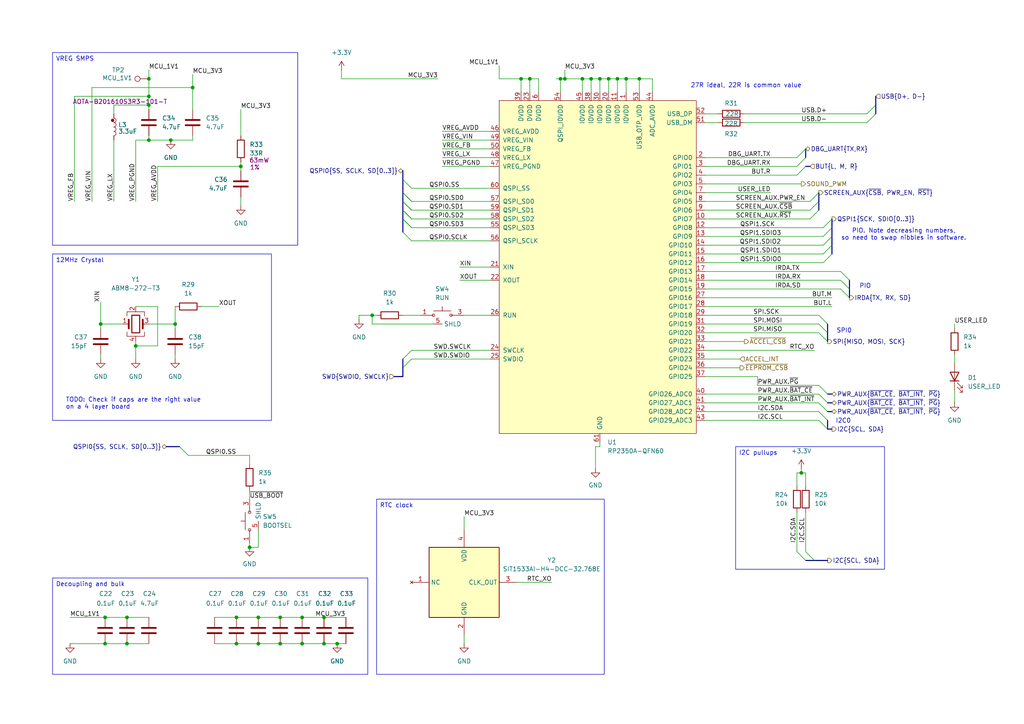
<source format=kicad_sch>
(kicad_sch (version 20250114) (generator "eeschema") (generator_version "9.0")
  (paper "A4")
  (lib_symbols
    (symbol "Connector:TestPoint" (pin_numbers (hide yes)) (pin_names (offset 0.762) (hide yes))
      (property "Reference" "TP" (at 0 6.858 0))
      (property "Value" "TestPoint" (at 0 5.08 0))
      (symbol "TestPoint_0_1"
        (circle (center 0 3.302) (radius 0.762))
      )
      (symbol "TestPoint_1_1"
        (pin passive line (at 0 0 90) (length 2.54) (name "1") (number "1"))
      )
    )
    (symbol "CustomSymbols:WS_TASV_435151014824"
      (property "Reference" "SW" (at 0 0 0))
      (symbol "WS_TASV_435151014824_0_1"
        (polyline (pts (xy -3.81 -3.81) (xy -2.54 -3.81)))
        (polyline (pts (xy -2.54 -2.54) (xy 2.54 -2.54)))
        (circle (center -2.54 -3.81) (radius 0.3807))
        (polyline (pts (xy 0 -2.54) (xy 0 -1.27)))
        (circle (center 2.54 -3.81) (radius 0.3807))
        (polyline (pts (xy 3.81 -3.81) (xy 2.54 -3.81)))
      )
      (symbol "WS_TASV_435151014824_1_1"
        (pin passive line (at -6.35 -3.81 0) (length 2.54) (name "") (number "1"))
        (pin passive line (at -6.35 -3.81 0) (length 2.54) (hide yes) (name "") (number "2"))
        (pin passive line (at -2.54 -6.35 0) (length 2.54) (name "SHLD") (number "5"))
        (pin passive line (at -2.54 -6.35 0) (length 2.54) (hide yes) (name "SHLD") (number "6"))
        (pin passive line (at 6.35 -3.81 180) (length 2.54) (name "") (number "3"))
        (pin passive line (at 6.35 -3.81 180) (length 2.54) (hide yes) (name "") (number "4"))
      )
    )
    (symbol "Device:C" (pin_numbers (hide yes)) (pin_names (offset 0.254))
      (property "Reference" "C" (at 0.635 2.54 0))
      (property "Value" "C" (at 0.635 -2.54 0))
      (symbol "C_0_1"
        (polyline (pts (xy -2.032 0.762) (xy 2.032 0.762)) (stroke (width 0.508)))
        (polyline (pts (xy -2.032 -0.762) (xy 2.032 -0.762)) (stroke (width 0.508)))
      )
      (symbol "C_1_1"
        (pin passive line (at 0 3.81 270) (length 2.794) (name "~") (number "1"))
        (pin passive line (at 0 -3.81 90) (length 2.794) (name "~") (number "2"))
      )
    )
    (symbol "Device:Crystal_GND24" (pin_names (offset 1.016) (hide yes))
      (property "Reference" "Y" (at 3.175 5.08 0))
      (property "Value" "Crystal_GND24" (at 3.175 3.175 0))
      (symbol "Crystal_GND24_0_1"
        (polyline (pts (xy -2.54 2.286) (xy -2.54 3.556) (xy 2.54 3.556) (xy 2.54 2.286)))
        (polyline (pts (xy -2.54 0) (xy -2.032 0)))
        (polyline (pts (xy -2.54 -2.286) (xy -2.54 -3.556) (xy 2.54 -3.556) (xy 2.54 -2.286)))
        (polyline (pts (xy -2.032 -1.27) (xy -2.032 1.27)) (stroke (width 0.508)))
        (rectangle (start -1.143 2.54) (end 1.143 -2.54) (stroke (width 0.3048)))
        (polyline (pts (xy 0 3.556) (xy 0 3.81)))
        (polyline (pts (xy 0 -3.81) (xy 0 -3.556)))
        (polyline (pts (xy 2.032 0) (xy 2.54 0)))
        (polyline (pts (xy 2.032 -1.27) (xy 2.032 1.27)) (stroke (width 0.508)))
      )
      (symbol "Crystal_GND24_1_1"
        (pin passive line (at -3.81 0 0) (length 1.27) (name "1") (number "1"))
        (pin passive line (at 0 5.08 270) (length 1.27) (name "2") (number "2"))
        (pin passive line (at 0 -5.08 90) (length 1.27) (name "4") (number "4"))
        (pin passive line (at 3.81 0 180) (length 1.27) (name "3") (number "3"))
      )
    )
    (symbol "Device:LED" (pin_numbers (hide yes)) (pin_names (offset 1.016) (hide yes))
      (property "Reference" "D" (at 0 2.54 0))
      (property "Value" "LED" (at 0 -2.54 0))
      (symbol "LED_0_1"
        (polyline (pts (xy -3.048 -0.762) (xy -4.572 -2.286) (xy -3.81 -2.286) (xy -4.572 -2.286) (xy -4.572 -1.524)))
        (polyline (pts (xy -1.778 -0.762) (xy -3.302 -2.286) (xy -2.54 -2.286) (xy -3.302 -2.286) (xy -3.302 -1.524)))
        (polyline (pts (xy -1.27 0) (xy 1.27 0)))
        (polyline (pts (xy -1.27 -1.27) (xy -1.27 1.27)) (stroke (width 0.254)))
        (polyline (pts (xy 1.27 -1.27) (xy 1.27 1.27) (xy -1.27 0) (xy 1.27 -1.27)) (stroke (width 0.254)))
      )
      (symbol "LED_1_1"
        (pin passive line (at -3.81 0 0) (length 2.54) (name "K") (number "1"))
        (pin passive line (at 3.81 0 180) (length 2.54) (name "A") (number "2"))
      )
    )
    (symbol "Device:R" (pin_numbers (hide yes)) (pin_names (offset 0))
      (property "Reference" "R" (at 2.032 0 90))
      (property "Value" "R" (at 0 0 90))
      (symbol "R_0_1"
        (rectangle (start -1.016 -2.54) (end 1.016 2.54) (stroke (width 0.254)))
      )
      (symbol "R_1_1"
        (pin passive line (at 0 3.81 270) (length 1.27) (name "~") (number "1"))
        (pin passive line (at 0 -3.81 90) (length 1.27) (name "~") (number "2"))
      )
    )
    (symbol "SamacSys_Parts:L_Polarised" (pin_numbers (hide yes)) (pin_names (hide yes))
      (property "Reference" "L" (at 3.81 1.524 0))
      (symbol "L_Polarised_0_1"
        (arc (start 0 -1.27) (mid 0.6323 -1.905) (end 0 -2.54))
        (arc (start 0 -2.54) (mid 0.6323 -3.175) (end 0 -3.81))
        (arc (start 0 -3.81) (mid 0.6323 -4.445) (end 0 -5.08))
        (arc (start 0 -5.08) (mid 0.6323 -5.715) (end 0 -6.35))
      )
      (symbol "L_Polarised_1_1"
        (circle (center -0.352 -1.8889) (radius 0.3975) (fill (type color) (color 132 0 0 1)))
        (pin passive line (at 0 0 270) (length 1.27) (name "1") (number "1"))
        (pin passive line (at 0 -7.62 90) (length 1.27) (name "2") (number "2"))
      )
    )
    (symbol "SamacSys_Parts:SIT1533AI-H4-DCC-32.768E"
      (property "Reference" "Y" (at 26.67 15.24 0))
      (property "Value" "SIT1533AI-H4-DCC-32.768E" (at 26.67 12.7 0))
      (symbol "SIT1533AI-H4-DCC-32.768E_1_1"
        (rectangle (start 5.08 10.16) (end 25.4 -10.16) (stroke (width 0.254)) (fill (type background)))
        (pin no_connect line (at 0 0 0) (length 5.08) (name "NC") (number "1"))
        (pin passive line (at 15.24 15.24 270) (length 5.08) (name "VDD") (number "4"))
        (pin passive line (at 15.24 -15.24 90) (length 5.08) (name "GND") (number "2"))
        (pin passive line (at 30.48 0 180) (length 5.08) (name "CLK_OUT") (number "3"))
      )
    )
    (symbol "power:+3.3V" (power) (pin_numbers (hide yes)) (pin_names (offset 0) (hide yes))
      (property "Value" "+3.3V" (at 0 3.556 0))
      (symbol "+3.3V_0_1"
        (polyline (pts (xy -0.762 1.27) (xy 0 2.54)))
        (polyline (pts (xy 0 2.54) (xy 0.762 1.27)))
        (polyline (pts (xy 0 0) (xy 0 2.54)))
      )
      (symbol "+3.3V_1_1"
        (pin power_in line (at 0 0 90) (length 0) (name "~") (number "1"))
      )
    )
    (symbol "power:GND" (power) (pin_numbers (hide yes)) (pin_names (offset 0) (hide yes))
      (property "Value" "GND" (at 0 -3.81 0))
      (symbol "GND_0_1"
        (polyline (pts (xy 0 0) (xy 0 -1.27) (xy 1.27 -1.27) (xy 0 -2.54) (xy -1.27 -1.27) (xy 0 -1.27)))
      )
      (symbol "GND_1_1"
        (pin power_in line (at 0 0 270) (length 0) (name "~") (number "1"))
      )
    )
    (symbol "rp2350a-qfn60:RP2350A-QFN60" (pin_names (offset 1.016))
      (property "Reference" "U1" (at 2.1941 -54.61 0))
      (property "Value" "RP2350A-QFN60" (at 2.1941 -57.15 0))
      (symbol "RP2350A-QFN60_1_0"
        (pin passive line (at 0 -54.61 90) (length 2.54) (name "GND") (number "61"))
      )
      (symbol "RP2350A-QFN60_1_1"
        (rectangle (start -29.21 44.45) (end 27.94 -52.07) (fill (type background)))
        (pin power_in line (at -31.75 35.56 0) (length 2.54) (name "VREG_AVDD") (number "46"))
        (pin power_in line (at -31.75 33.02 0) (length 2.54) (name "VREG_VIN") (number "49"))
        (pin power_in line (at -31.75 30.48 0) (length 2.54) (name "VREG_FB") (number "50"))
        (pin power_out line (at -31.75 27.94 0) (length 2.54) (name "VREG_LX") (number "48"))
        (pin input line (at -31.75 25.4 0) (length 2.54) (name "VREG_PGND") (number "47"))
        (pin bidirectional line (at -31.75 19.05 0) (length 2.54) (name "QSPI_SS") (number "60"))
        (pin bidirectional line (at -31.75 15.24 0) (length 2.54) (name "QSPI_SD0") (number "57"))
        (pin bidirectional line (at -31.75 12.7 0) (length 2.54) (name "QSPI_SD1") (number "59"))
        (pin bidirectional line (at -31.75 10.16 0) (length 2.54) (name "QSPI_SD2") (number "58"))
        (pin bidirectional line (at -31.75 7.62 0) (length 2.54) (name "QSPI_SD3") (number "55"))
        (pin bidirectional line (at -31.75 3.81 0) (length 2.54) (name "QSPI_SCLK") (number "56"))
        (pin input line (at -31.75 -3.81 0) (length 2.54) (name "XIN") (number "21"))
        (pin output line (at -31.75 -7.62 0) (length 2.54) (name "XOUT") (number "22"))
        (pin input line (at -31.75 -17.78 0) (length 2.54) (name "RUN") (number "26"))
        (pin input line (at -31.75 -27.94 0) (length 2.54) (name "SWCLK") (number "24"))
        (pin bidirectional line (at -31.75 -30.48 0) (length 2.54) (name "SWDIO") (number "25"))
        (pin power_in line (at -22.86 46.99 270) (length 2.54) (name "DVDD") (number "39"))
        (pin power_in line (at -20.32 46.99 270) (length 2.54) (name "DVDD") (number "23"))
        (pin power_in line (at -17.78 46.99 270) (length 2.54) (name "DVDD") (number "6"))
        (pin power_in line (at -11.43 46.99 270) (length 2.54) (name "QSPI_IOVDD") (number "54"))
        (pin power_in line (at -5.08 46.99 270) (length 2.54) (name "IOVDD") (number "45"))
        (pin power_in line (at -2.54 46.99 270) (length 2.54) (name "IOVDD") (number "38"))
        (pin power_in line (at 0 46.99 270) (length 2.54) (name "IOVDD") (number "30"))
        (pin power_in line (at 2.54 46.99 270) (length 2.54) (name "IOVDD") (number "20"))
        (pin power_in line (at 5.08 46.99 270) (length 2.54) (name "IOVDD") (number "11"))
        (pin power_in line (at 7.62 46.99 270) (length 2.54) (name "IOVDD") (number "1"))
        (pin power_in line (at 11.43 46.99 270) (length 2.54) (name "USB_OTP_VDD") (number "53"))
        (pin power_in line (at 15.24 46.99 270) (length 2.54) (name "ADC_AVDD") (number "44"))
        (pin bidirectional line (at 30.48 40.64 180) (length 2.54) (name "USB_DP") (number "52"))
        (pin bidirectional line (at 30.48 38.1 180) (length 2.54) (name "USB_DM") (number "51"))
        (pin bidirectional line (at 30.48 27.94 180) (length 2.54) (name "GPIO0") (number "2"))
        (pin bidirectional line (at 30.48 25.4 180) (length 2.54) (name "GPIO1") (number "3"))
        (pin bidirectional line (at 30.48 22.86 180) (length 2.54) (name "GPIO2") (number "4"))
        (pin bidirectional line (at 30.48 20.32 180) (length 2.54) (name "GPIO3") (number "5"))
        (pin bidirectional line (at 30.48 17.78 180) (length 2.54) (name "GPIO4") (number "7"))
        (pin bidirectional line (at 30.48 15.24 180) (length 2.54) (name "GPIO5") (number "8"))
        (pin bidirectional line (at 30.48 12.7 180) (length 2.54) (name "GPIO6") (number "9"))
        (pin bidirectional line (at 30.48 10.16 180) (length 2.54) (name "GPIO7") (number "10"))
        (pin bidirectional line (at 30.48 7.62 180) (length 2.54) (name "GPIO8") (number "12"))
        (pin bidirectional line (at 30.48 5.08 180) (length 2.54) (name "GPIO9") (number "13"))
        (pin bidirectional line (at 30.48 2.54 180) (length 2.54) (name "GPIO10") (number "14"))
        (pin bidirectional line (at 30.48 0 180) (length 2.54) (name "GPIO11") (number "15"))
        (pin bidirectional line (at 30.48 -2.54 180) (length 2.54) (name "GPIO12") (number "16"))
        (pin bidirectional line (at 30.48 -5.08 180) (length 2.54) (name "GPIO13") (number "17"))
        (pin bidirectional line (at 30.48 -7.62 180) (length 2.54) (name "GPIO14") (number "18"))
        (pin bidirectional line (at 30.48 -10.16 180) (length 2.54) (name "GPIO15") (number "19"))
        (pin bidirectional line (at 30.48 -12.7 180) (length 2.54) (name "GPIO16") (number "27"))
        (pin bidirectional line (at 30.48 -15.24 180) (length 2.54) (name "GPIO17") (number "28"))
        (pin bidirectional line (at 30.48 -17.78 180) (length 2.54) (name "GPIO18") (number "29"))
        (pin bidirectional line (at 30.48 -20.32 180) (length 2.54) (name "GPIO19") (number "31"))
        (pin bidirectional line (at 30.48 -22.86 180) (length 2.54) (name "GPIO20") (number "32"))
        (pin bidirectional line (at 30.48 -25.4 180) (length 2.54) (name "GPIO21") (number "33"))
        (pin bidirectional line (at 30.48 -27.94 180) (length 2.54) (name "GPIO22") (number "34"))
        (pin bidirectional line (at 30.48 -30.48 180) (length 2.54) (name "GPIO23") (number "35"))
        (pin bidirectional line (at 30.48 -33.02 180) (length 2.54) (name "GPIO24") (number "36"))
        (pin bidirectional line (at 30.48 -35.56 180) (length 2.54) (name "GPIO25") (number "37"))
        (pin bidirectional line (at 30.48 -40.64 180) (length 2.54) (name "GPIO26_ADC0") (number "40"))
        (pin bidirectional line (at 30.48 -43.18 180) (length 2.54) (name "GPIO27_ADC1") (number "41"))
        (pin bidirectional line (at 30.48 -45.72 180) (length 2.54) (name "GPIO28_ADC2") (number "42"))
        (pin bidirectional line (at 30.48 -48.26 180) (length 2.54) (name "GPIO29_ADC3") (number "43"))
      )
    )
  )
  (text "I2C0" (at 244.602 122.174 0) (effects (font (size 1.27 1.27))))
  (text "PIO" (at 250.952 83.058 0) (effects (font (size 1.27 1.27))))
  (text "TODO: Check if caps are the right value\non a 4 layer board" (at 19.05 117.094 0) (effects (font (size 1.27 1.27)) (justify left)))
  (text "PIO. Note decreasing numbers,\nso need to swap nibbles in software." (at 262.128 68.072 0) (effects (font (size 1.27 1.27))))
  (text "SPI0\n" (at 244.856 96.012 0) (effects (font (size 1.27 1.27))))
  (text "27R ideal, 22R is common value" (at 216.408 24.892 0) (effects (font (size 1.27 1.27))))
  (text_box "VREG SMPS" (at 15.24 15.24 0) (size 71.12 55.88) (margins 0.9525 0.9525 0.9525 0.9525) (effects (font (size 1.27 1.27)) (justify left top)))
  (text_box "Decoupling and bulk" (at 15.24 167.64 0) (size 91.44 27.94) (margins 0.9525 0.9525 0.9525 0.9525) (effects (font (size 1.27 1.27)) (justify left top)))
  (text_box "RTC clock" (at 109.22 144.78 0) (size 66.04 50.8) (margins 0.9525 0.9525 0.9525 0.9525) (effects (font (size 1.27 1.27)) (justify left top)))
  (text_box "I2C pullups" (at 213.36 129.54 0) (size 43.18 35.56) (margins 0.9525 0.9525 0.9525 0.9525) (effects (font (size 1.27 1.27)) (justify left top)))
  (text_box "12MHz Crystal" (at 15.24 73.66 0) (size 63.5 48.26) (margins 0.9525 0.9525 0.9525 0.9525) (effects (font (size 1.27 1.27)) (justify left top)))
  (junction (at 87.63 186.69))
  (junction (at 74.93 186.69))
  (junction (at 43.18 30.48))
  (junction (at 43.18 22.86))
  (junction (at 50.8 93.98))
  (junction (at 43.18 27.94))
  (junction (at 93.98 186.69))
  (junction (at 69.85 48.26))
  (junction (at 39.37 100.33))
  (junction (at 43.18 40.64))
  (junction (at 72.39 158.75))
  (junction (at 87.63 179.07))
  (junction (at 49.53 40.64))
  (junction (at 30.48 186.69))
  (junction (at 176.53 22.86))
  (junction (at 36.83 179.07))
  (junction (at 151.13 22.86))
  (junction (at 162.56 22.86))
  (junction (at 232.41 137.16))
  (junction (at 168.91 22.86))
  (junction (at 179.07 22.86))
  (junction (at 93.98 179.07))
  (junction (at 173.99 22.86))
  (junction (at 185.42 22.86))
  (junction (at 68.58 186.69))
  (junction (at 30.48 179.07))
  (junction (at 74.93 179.07))
  (junction (at 181.61 22.86))
  (junction (at 68.58 179.07))
  (junction (at 163.83 22.86))
  (junction (at 153.67 22.86))
  (junction (at 55.88 25.4))
  (junction (at 29.21 93.98))
  (junction (at 171.45 22.86))
  (junction (at 107.95 91.44))
  (junction (at 81.28 186.69))
  (junction (at 36.83 186.69))
  (junction (at 81.28 179.07))
  (junction (at 97.79 186.69))
  (bus_entry (at 238.76 71.12) (size 2.54 -2.54))
  (bus_entry (at 116.84 60.96) (size 2.54 2.54))
  (bus_entry (at 52.07 129.54) (size 2.54 2.54))
  (bus_entry (at 243.84 78.74) (size 2.54 2.54))
  (bus_entry (at 237.49 119.38) (size 2.54 2.54))
  (bus_entry (at 234.95 60.96) (size 2.54 -2.54))
  (bus_entry (at 231.14 45.72) (size 2.54 -2.54))
  (bus_entry (at 233.68 162.56) (size -2.54 -2.54))
  (bus_entry (at 116.84 63.5) (size 2.54 2.54))
  (bus_entry (at 116.84 52.07) (size 2.54 2.54))
  (bus_entry (at 116.84 104.14) (size 2.54 -2.54))
  (bus_entry (at 116.84 67.31) (size 2.54 2.54))
  (bus_entry (at 116.84 63.5) (size 2.54 2.54))
  (bus_entry (at 251.46 35.56) (size 2.54 -2.54))
  (bus_entry (at 251.46 33.02) (size 2.54 -2.54))
  (bus_entry (at 234.95 63.5) (size 2.54 -2.54))
  (bus_entry (at 238.76 73.66) (size 2.54 -2.54))
  (bus_entry (at 116.84 58.42) (size 2.54 2.54))
  (bus_entry (at 231.14 48.26) (size 2.54 -2.54))
  (bus_entry (at 238.76 68.58) (size 2.54 -2.54))
  (bus_entry (at 116.84 58.42) (size 2.54 2.54))
  (bus_entry (at 238.76 76.2) (size 2.54 -2.54))
  (bus_entry (at 116.84 60.96) (size 2.54 2.54))
  (bus_entry (at 243.84 83.82) (size 2.54 2.54))
  (bus_entry (at 116.84 106.68) (size 2.54 -2.54))
  (bus_entry (at 243.84 81.28) (size 2.54 2.54))
  (bus_entry (at 238.76 66.04) (size 2.54 -2.54))
  (bus_entry (at 237.49 111.76) (size 2.54 2.54))
  (bus_entry (at 237.49 91.44) (size 2.54 2.54))
  (bus_entry (at 231.14 50.8) (size 2.54 -2.54))
  (bus_entry (at 234.95 58.42) (size 2.54 -2.54))
  (bus_entry (at 237.49 96.52) (size 2.54 2.54))
  (bus_entry (at 116.84 55.88) (size 2.54 2.54))
  (bus_entry (at 237.49 93.98) (size 2.54 2.54))
  (bus_entry (at 237.49 116.84) (size 2.54 2.54))
  (bus_entry (at 236.22 162.56) (size -2.54 -2.54))
  (bus_entry (at 237.49 114.3) (size 2.54 2.54))
  (bus_entry (at 116.84 55.88) (size 2.54 2.54))
  (bus_entry (at 237.49 121.92) (size 2.54 2.54))
  (wire (pts (xy 72.39 134.62) (xy 72.39 132.08)))
  (wire (pts (xy 43.18 39.37) (xy 43.18 40.64)))
  (wire (pts (xy 119.38 54.61) (xy 142.24 54.61)))
  (wire (pts (xy 163.83 22.86) (xy 168.91 22.86)))
  (wire (pts (xy 45.72 58.42) (xy 45.72 48.26)))
  (wire (pts (xy 26.67 25.4) (xy 55.88 25.4)))
  (wire (pts (xy 119.38 101.6) (xy 142.24 101.6)))
  (wire (pts (xy 204.47 104.14) (xy 214.63 104.14)))
  (wire (pts (xy 119.38 69.85) (xy 142.24 69.85)))
  (wire (pts (xy 54.61 132.08) (xy 72.39 132.08)))
  (wire (pts (xy 181.61 22.86) (xy 179.07 22.86)))
  (wire (pts (xy 93.98 179.07) (xy 100.33 179.07)))
  (bus (pts (xy 116.84 55.88) (xy 116.84 58.42)))
  (wire (pts (xy 99.06 20.32) (xy 99.06 22.86)))
  (wire (pts (xy 29.21 104.14) (xy 29.21 102.87)))
  (wire (pts (xy 219.71 111.76) (xy 237.49 111.76)))
  (wire (pts (xy 204.47 83.82) (xy 243.84 83.82)))
  (wire (pts (xy 163.83 20.32) (xy 163.83 22.86)))
  (bus (pts (xy 240.03 96.52) (xy 240.03 93.98)))
  (bus (pts (xy 233.68 43.18) (xy 233.68 45.72)))
  (wire (pts (xy 153.67 22.86) (xy 156.21 22.86)))
  (bus (pts (xy 116.84 49.53) (xy 116.84 52.07)))
  (bus (pts (xy 246.38 86.36) (xy 246.38 83.82)))
  (wire (pts (xy 204.47 116.84) (xy 237.49 116.84)))
  (wire (pts (xy 173.99 128.27) (xy 173.99 129.54)))
  (wire (pts (xy 162.56 22.86) (xy 163.83 22.86)))
  (bus (pts (xy 116.84 109.22) (xy 116.84 106.68)))
  (wire (pts (xy 26.67 25.4) (xy 26.67 58.42)))
  (wire (pts (xy 204.47 106.68) (xy 214.63 106.68)))
  (wire (pts (xy 189.23 22.86) (xy 189.23 26.67)))
  (wire (pts (xy 134.62 184.15) (xy 134.62 186.69)))
  (wire (pts (xy 204.47 48.26) (xy 231.14 48.26)))
  (wire (pts (xy 179.07 22.86) (xy 179.07 26.67)))
  (wire (pts (xy 119.38 66.04) (xy 142.24 66.04)))
  (wire (pts (xy 185.42 22.86) (xy 181.61 22.86)))
  (wire (pts (xy 204.47 45.72) (xy 231.14 45.72)))
  (wire (pts (xy 20.32 179.07) (xy 30.48 179.07)))
  (wire (pts (xy 176.53 22.86) (xy 179.07 22.86)))
  (wire (pts (xy 204.47 68.58) (xy 238.76 68.58)))
  (bus (pts (xy 241.3 66.04) (xy 241.3 63.5)))
  (wire (pts (xy 30.48 186.69) (xy 36.83 186.69)))
  (wire (pts (xy 162.56 22.86) (xy 162.56 26.67)))
  (bus (pts (xy 240.03 124.46) (xy 240.03 121.92)))
  (wire (pts (xy 204.47 73.66) (xy 238.76 73.66)))
  (bus (pts (xy 116.84 104.14) (xy 116.84 106.68)))
  (bus (pts (xy 240.03 116.84) (xy 241.3 116.84)))
  (bus (pts (xy 254 30.48) (xy 254 33.02)))
  (wire (pts (xy 231.14 148.59) (xy 231.14 160.02)))
  (wire (pts (xy 233.68 137.16) (xy 233.68 140.97)))
  (wire (pts (xy 99.06 22.86) (xy 127 22.86)))
  (bus (pts (xy 240.03 124.46) (xy 241.3 124.46)))
  (bus (pts (xy 241.3 68.58) (xy 241.3 66.04)))
  (wire (pts (xy 45.72 48.26) (xy 69.85 48.26)))
  (wire (pts (xy 39.37 88.9) (xy 45.72 88.9)))
  (wire (pts (xy 204.47 78.74) (xy 243.84 78.74)))
  (wire (pts (xy 153.67 22.86) (xy 153.67 26.67)))
  (wire (pts (xy 33.02 40.64) (xy 33.02 58.42)))
  (wire (pts (xy 55.88 21.59) (xy 55.88 25.4)))
  (wire (pts (xy 69.85 57.15) (xy 69.85 59.69)))
  (wire (pts (xy 176.53 22.86) (xy 176.53 26.67)))
  (wire (pts (xy 69.85 31.75) (xy 69.85 39.37)))
  (wire (pts (xy 21.59 27.94) (xy 43.18 27.94)))
  (wire (pts (xy 133.35 77.47) (xy 142.24 77.47)))
  (bus (pts (xy 241.3 71.12) (xy 241.3 68.58)))
  (wire (pts (xy 173.99 22.86) (xy 173.99 26.67)))
  (wire (pts (xy 204.47 33.02) (xy 208.28 33.02)))
  (wire (pts (xy 128.27 45.72) (xy 142.24 45.72)))
  (bus (pts (xy 237.49 60.96) (xy 237.49 58.42)))
  (wire (pts (xy 72.39 142.24) (xy 72.39 144.78)))
  (wire (pts (xy 204.47 93.98) (xy 237.49 93.98)))
  (wire (pts (xy 204.47 96.52) (xy 237.49 96.52)))
  (wire (pts (xy 142.24 91.44) (xy 134.62 91.44)))
  (bus (pts (xy 233.68 48.26) (xy 234.95 48.26)))
  (wire (pts (xy 204.47 66.04) (xy 238.76 66.04)))
  (wire (pts (xy 276.86 93.98) (xy 276.86 95.25)))
  (wire (pts (xy 107.95 91.44) (xy 109.22 91.44)))
  (wire (pts (xy 128.27 48.26) (xy 142.24 48.26)))
  (wire (pts (xy 43.18 20.32) (xy 43.18 22.86)))
  (bus (pts (xy 116.84 63.5) (xy 116.84 67.31)))
  (wire (pts (xy 68.58 186.69) (xy 74.93 186.69)))
  (wire (pts (xy 134.62 149.86) (xy 134.62 153.67)))
  (bus (pts (xy 241.3 73.66) (xy 241.3 71.12)))
  (bus (pts (xy 116.84 52.07) (xy 116.84 55.88)))
  (wire (pts (xy 39.37 99.06) (xy 39.37 100.33)))
  (wire (pts (xy 107.95 93.98) (xy 125.73 93.98)))
  (wire (pts (xy 50.8 95.25) (xy 50.8 93.98)))
  (wire (pts (xy 176.53 22.86) (xy 173.99 22.86)))
  (wire (pts (xy 87.63 179.07) (xy 93.98 179.07)))
  (wire (pts (xy 171.45 22.86) (xy 171.45 26.67)))
  (wire (pts (xy 43.18 93.98) (xy 50.8 93.98)))
  (wire (pts (xy 58.42 88.9) (xy 63.5 88.9)))
  (wire (pts (xy 104.14 91.44) (xy 104.14 92.71)))
  (wire (pts (xy 20.32 186.69) (xy 30.48 186.69)))
  (wire (pts (xy 104.14 91.44) (xy 107.95 91.44)))
  (wire (pts (xy 215.9 33.02) (xy 251.46 33.02)))
  (wire (pts (xy 72.39 157.48) (xy 72.39 158.75)))
  (wire (pts (xy 168.91 22.86) (xy 168.91 26.67)))
  (wire (pts (xy 204.47 58.42) (xy 234.95 58.42)))
  (wire (pts (xy 204.47 60.96) (xy 234.95 60.96)))
  (wire (pts (xy 62.23 179.07) (xy 68.58 179.07)))
  (wire (pts (xy 74.93 153.67) (xy 74.93 158.75)))
  (wire (pts (xy 133.35 81.28) (xy 142.24 81.28)))
  (wire (pts (xy 119.38 63.5) (xy 142.24 63.5)))
  (wire (pts (xy 204.47 101.6) (xy 236.22 101.6)))
  (wire (pts (xy 185.42 22.86) (xy 185.42 26.67)))
  (bus (pts (xy 246.38 83.82) (xy 246.38 81.28)))
  (wire (pts (xy 204.47 35.56) (xy 208.28 35.56)))
  (wire (pts (xy 21.59 58.42) (xy 21.59 27.94)))
  (wire (pts (xy 128.27 40.64) (xy 142.24 40.64)))
  (wire (pts (xy 172.72 129.54) (xy 172.72 135.89)))
  (wire (pts (xy 50.8 104.14) (xy 50.8 102.87)))
  (wire (pts (xy 238.76 71.12) (xy 204.47 71.12)))
  (wire (pts (xy 232.41 135.89) (xy 232.41 137.16)))
  (wire (pts (xy 97.79 186.69) (xy 100.33 186.69)))
  (bus (pts (xy 114.3 109.22) (xy 116.84 109.22)))
  (wire (pts (xy 69.85 48.26) (xy 69.85 49.53)))
  (wire (pts (xy 204.47 121.92) (xy 237.49 121.92)))
  (wire (pts (xy 173.99 22.86) (xy 171.45 22.86)))
  (wire (pts (xy 232.41 137.16) (xy 233.68 137.16)))
  (wire (pts (xy 204.47 86.36) (xy 241.3 86.36)))
  (wire (pts (xy 33.02 33.02) (xy 33.02 30.48)))
  (wire (pts (xy 156.21 22.86) (xy 156.21 26.67)))
  (wire (pts (xy 276.86 102.87) (xy 276.86 105.41)))
  (wire (pts (xy 204.47 99.06) (xy 215.9 99.06)))
  (wire (pts (xy 62.23 186.69) (xy 68.58 186.69)))
  (wire (pts (xy 204.47 50.8) (xy 231.14 50.8)))
  (wire (pts (xy 50.8 93.98) (xy 50.8 88.9)))
  (wire (pts (xy 55.88 31.75) (xy 55.88 25.4)))
  (wire (pts (xy 204.47 81.28) (xy 243.84 81.28)))
  (wire (pts (xy 162.56 22.86) (xy 161.29 22.86)))
  (wire (pts (xy 181.61 22.86) (xy 181.61 26.67)))
  (wire (pts (xy 29.21 95.25) (xy 29.21 93.98)))
  (wire (pts (xy 128.27 43.18) (xy 142.24 43.18)))
  (wire (pts (xy 87.63 186.69) (xy 93.98 186.69)))
  (wire (pts (xy 219.71 111.76) (xy 219.71 109.22)))
  (wire (pts (xy 151.13 26.67) (xy 151.13 22.86)))
  (wire (pts (xy 204.47 76.2) (xy 238.76 76.2)))
  (wire (pts (xy 231.14 137.16) (xy 232.41 137.16)))
  (wire (pts (xy 35.56 93.98) (xy 29.21 93.98)))
  (wire (pts (xy 81.28 186.69) (xy 87.63 186.69)))
  (wire (pts (xy 128.27 38.1) (xy 142.24 38.1)))
  (wire (pts (xy 43.18 40.64) (xy 39.37 40.64)))
  (wire (pts (xy 55.88 40.64) (xy 55.88 39.37)))
  (wire (pts (xy 144.78 19.05) (xy 144.78 22.86)))
  (wire (pts (xy 33.02 30.48) (xy 43.18 30.48)))
  (wire (pts (xy 204.47 114.3) (xy 237.49 114.3)))
  (wire (pts (xy 171.45 22.86) (xy 168.91 22.86)))
  (wire (pts (xy 204.47 88.9) (xy 241.3 88.9)))
  (bus (pts (xy 116.84 58.42) (xy 116.84 60.96)))
  (bus (pts (xy 241.3 114.3) (xy 240.03 114.3)))
  (wire (pts (xy 149.86 168.91) (xy 160.02 168.91)))
  (wire (pts (xy 276.86 113.03) (xy 276.86 116.84)))
  (bus (pts (xy 240.03 99.06) (xy 240.03 96.52)))
  (wire (pts (xy 173.99 129.54) (xy 172.72 129.54)))
  (wire (pts (xy 68.58 179.07) (xy 74.93 179.07)))
  (wire (pts (xy 45.72 88.9) (xy 45.72 100.33)))
  (wire (pts (xy 29.21 93.98) (xy 29.21 87.63)))
  (wire (pts (xy 43.18 22.86) (xy 43.18 27.94)))
  (wire (pts (xy 204.47 53.34) (xy 232.41 53.34)))
  (wire (pts (xy 39.37 40.64) (xy 39.37 58.42)))
  (wire (pts (xy 231.14 137.16) (xy 231.14 140.97)))
  (wire (pts (xy 93.98 186.69) (xy 97.79 186.69)))
  (wire (pts (xy 144.78 22.86) (xy 151.13 22.86)))
  (wire (pts (xy 233.68 148.59) (xy 233.68 160.02)))
  (wire (pts (xy 119.38 104.14) (xy 142.24 104.14)))
  (bus (pts (xy 240.03 119.38) (xy 241.3 119.38)))
  (wire (pts (xy 45.72 100.33) (xy 39.37 100.33)))
  (wire (pts (xy 204.47 55.88) (xy 223.52 55.88)))
  (wire (pts (xy 204.47 91.44) (xy 237.49 91.44)))
  (wire (pts (xy 204.47 109.22) (xy 219.71 109.22)))
  (wire (pts (xy 49.53 40.64) (xy 43.18 40.64)))
  (wire (pts (xy 204.47 63.5) (xy 234.95 63.5)))
  (bus (pts (xy 254 27.94) (xy 254 30.48)))
  (wire (pts (xy 69.85 46.99) (xy 69.85 48.26)))
  (bus (pts (xy 236.22 162.56) (xy 240.03 162.56)))
  (wire (pts (xy 119.38 58.42) (xy 142.24 58.42)))
  (wire (pts (xy 36.83 179.07) (xy 43.18 179.07)))
  (bus (pts (xy 116.84 60.96) (xy 116.84 63.5)))
  (wire (pts (xy 215.9 35.56) (xy 251.46 35.56)))
  (wire (pts (xy 116.84 91.44) (xy 121.92 91.44)))
  (wire (pts (xy 39.37 100.33) (xy 39.37 104.14)))
  (wire (pts (xy 43.18 27.94) (xy 43.18 30.48)))
  (wire (pts (xy 74.93 186.69) (xy 81.28 186.69)))
  (wire (pts (xy 49.53 40.64) (xy 55.88 40.64)))
  (wire (pts (xy 119.38 60.96) (xy 142.24 60.96)))
  (wire (pts (xy 74.93 179.07) (xy 81.28 179.07)))
  (wire (pts (xy 204.47 119.38) (xy 237.49 119.38)))
  (wire (pts (xy 185.42 22.86) (xy 189.23 22.86)))
  (wire (pts (xy 36.83 186.69) (xy 43.18 186.69)))
  (wire (pts (xy 43.18 30.48) (xy 43.18 31.75)))
  (bus (pts (xy 48.26 129.54) (xy 52.07 129.54)))
  (bus (pts (xy 233.68 162.56) (xy 236.22 162.56)))
  (wire (pts (xy 107.95 91.44) (xy 107.95 93.98)))
  (wire (pts (xy 81.28 179.07) (xy 87.63 179.07)))
  (wire (pts (xy 30.48 179.07) (xy 36.83 179.07)))
  (wire (pts (xy 74.93 158.75) (xy 72.39 158.75)))
  (wire (pts (xy 151.13 22.86) (xy 153.67 22.86)))
  (bus (pts (xy 237.49 58.42) (xy 237.49 55.88)))
  (label "RTC_XO" (at 160.02 168.91 180))
  (label "BUT.L" (at 241.3 88.9 180))
  (label "XIN" (at 29.21 87.63 90))
  (label "I2C.SCL" (at 233.68 157.48 90))
  (label "QSPI0.SS" (at 59.69 132.08 0))
  (label "IRDA.SD" (at 224.79 83.82 0))
  (label "MCU_3V3" (at 55.88 21.59 0))
  (label "XOUT" (at 63.5 88.9 0))
  (label "QSPI0.SD0" (at 124.46 58.42 0))
  (label "QSPI0.SD3" (at 124.46 66.04 0))
  (label "MCU_3V3" (at 127 22.86 180))
  (label "MCU_1V1" (at 43.18 20.32 0))
  (label "PWR_AUX.~{BAT_CE}" (at 219.71 114.3 0))
  (label "SCREEN_AUX.~{RST}" (at 213.36 63.5 0))
  (label "MCU_3V3" (at 91.44 179.07 0))
  (label "QSPI1.SDIO3" (at 214.5726 68.58 0))
  (label "VREG_AVDD" (at 128.27 38.1 0))
  (label "MCU_1V1" (at 20.32 179.07 0))
  (label "QSPI1.SDIO1" (at 214.63 73.66 0))
  (label "QSPI0.SD2" (at 124.46 63.5 0))
  (label "SWD.SWCLK" (at 125.73 101.6 0))
  (label "IRDA.TX" (at 224.79 78.74 0))
  (label "VREG_FB" (at 21.59 58.42 90))
  (label "MCU_1V1" (at 144.78 19.05 180))
  (label "QSPI0.SD1" (at 124.46 60.96 0))
  (label "USER_LED" (at 276.86 93.98 0))
  (label "USER_LED" (at 223.52 55.88 180))
  (label "VREG_AVDD" (at 45.72 58.42 90))
  (label "IRDA.RX" (at 224.79 81.28 0))
  (label "I2C.SDA" (at 231.14 157.48 90))
  (label "VREG_PGND" (at 128.27 48.26 0))
  (label "SPI.SCK" (at 218.44 91.44 0))
  (label "SWD.SWDIO" (at 125.73 104.14 0))
  (label "VREG_LX" (at 33.02 58.42 90))
  (label "XOUT" (at 133.35 81.28 0))
  (label "DBG_UART.RX" (at 223.52 48.26 180))
  (label "MCU_3V3" (at 69.85 31.75 0))
  (label "QSPI1.SCK" (at 214.63 66.04 0))
  (label "QSPI1.SDIO0" (at 214.63 76.2 0))
  (label "BUT.M" (at 241.3 86.36 180))
  (label "USB.D-" (at 232.41 35.56 0))
  (label "PWR_AUX.~{PG}" (at 219.71 111.76 0))
  (label "SPI.MOSI" (at 218.44 93.98 0))
  (label "USB.D+" (at 232.41 33.02 0))
  (label "XIN" (at 133.35 77.47 0))
  (label "QSPI1.SDIO2" (at 214.5013 71.12 0))
  (label "VREG_VIN" (at 128.27 40.64 0))
  (label "SPI.MISO" (at 218.44 96.52 0))
  (label "VREG_LX" (at 128.27 45.72 0))
  (label "QSPI0.SS" (at 124.46 54.61 0))
  (label "VREG_PGND" (at 39.37 58.42 90))
  (label "BUT.R" (at 223.52 50.8 180))
  (label "PWR_AUX.~{BAT_INT}" (at 219.71 116.84 0))
  (label "MCU_3V3" (at 163.83 20.32 0))
  (label "MCU_3V3" (at 134.62 149.86 0))
  (label "SCREEN_AUX.~{CSB}" (at 213.36 60.96 0))
  (label "I2C.SCL" (at 219.71 121.92 0))
  (label "SCREEN_AUX.PWR_EN" (at 213.36 58.42 0))
  (label "QSPI0.SCLK" (at 124.46 69.85 0))
  (label "VREG_VIN" (at 26.67 58.42 90))
  (label "~{USB_BOOT}" (at 72.39 144.78 0))
  (label "RTC_XO" (at 236.22 101.6 180))
  (label "I2C.SDA" (at 219.71 119.38 0))
  (label "DBG_UART.TX" (at 223.52 45.72 180))
  (label "VREG_FB" (at 128.27 43.18 0))
  (hierarchical_label "USB{D+, D-}" (shape input) (at 254 27.94 0))
  (hierarchical_label "SOUND_PWM" (shape output) (at 232.41 53.34 0))
  (hierarchical_label "PWR_AUX{~{BAT_CE}, ~{BAT_INT}, ~{PG}}" (shape bidirectional) (at 241.3 119.38 0))
  (hierarchical_label "SWD{SWDIO, SWCLK}" (shape input) (at 114.3 109.22 180))
  (hierarchical_label "I2C{SCL, SDA}" (shape output) (at 241.3 124.46 0))
  (hierarchical_label "ACCEL_INT" (shape input) (at 214.63 104.14 0))
  (hierarchical_label "DBG_UART{TX,RX}" (shape bidirectional) (at 233.68 43.18 0))
  (hierarchical_label "PWR_AUX{~{BAT_CE}, ~{BAT_INT}, ~{PG}}" (shape bidirectional) (at 241.3 114.3 0))
  (hierarchical_label "~{ACCEL_CSB}" (shape output) (at 215.9 99.06 0))
  (hierarchical_label "QSPI1{SCK, SDIO[0..3]}" (shape output) (at 241.3 63.5 0))
  (hierarchical_label "IRDA{TX, RX, SD}" (shape output) (at 246.38 86.36 0))
  (hierarchical_label "BUT{L, M, R}" (shape input) (at 234.95 48.26 0))
  (hierarchical_label "QSPI0{SS, SCLK, SD[0..3]}" (shape bidirectional) (at 116.84 49.53 180))
  (hierarchical_label "~{EEPROM_CSB}" (shape output) (at 214.63 106.68 0))
  (hierarchical_label "I2C{SCL, SDA}" (shape output) (at 240.03 162.56 0))
  (hierarchical_label "QSPI0{SS, SCLK, SD[0..3]}" (shape bidirectional) (at 48.26 129.54 180))
  (hierarchical_label "SPI{MISO, MOSI, SCK}" (shape output) (at 240.03 99.06 0))
  (hierarchical_label "PWR_AUX{~{BAT_CE}, ~{BAT_INT}, ~{PG}}" (shape bidirectional) (at 241.3 116.84 0))
  (hierarchical_label "SCREEN_AUX{~{CSB}, PWR_EN, ~{RST}}" (shape output) (at 237.49 55.88 0))
  (symbol (lib_id "Device:C") (at 87.63 182.88 0) (unit 1)
    (property "Reference" "C31" (at 85.852 172.212 0) (effects (justify left)))
    (property "Value" "0.1uF" (at 85.09 175.006 0) (effects (justify left)))
    (property "Footprint" "Capacitor_SMD:C_0402_1005Metric" (effects (hide yes)))
    (property "Description" "Unpolarized capacitor" (effects (hide yes)))
  )
  (symbol (lib_id "power:GND") (at 134.62 186.69 0) (unit 1)
    (property "Reference" "#PWR065" (effects (hide yes)))
    (property "Value" "GND" (at 134.62 191.77 0))
    (property "Description" "Power symbol creates a global label with name \"GND\" , ground" (effects (hide yes)))
  )
  (symbol (lib_id "Device:C") (at 30.48 182.88 0) (unit 1)
    (property "Reference" "C22" (at 28.702 172.212 0) (effects (justify left)))
    (property "Value" "0.1uF" (at 27.94 175.006 0) (effects (justify left)))
    (property "Footprint" "Capacitor_SMD:C_0402_1005Metric" (effects (hide yes)))
    (property "Description" "Unpolarized capacitor" (effects (hide yes)))
  )
  (symbol (lib_id "Device:C") (at 81.28 182.88 0) (unit 1)
    (property "Reference" "C30" (at 79.502 172.212 0) (effects (justify left)))
    (property "Value" "0.1uF" (at 78.74 175.006 0) (effects (justify left)))
    (property "Footprint" "Capacitor_SMD:C_0402_1005Metric" (effects (hide yes)))
    (property "Description" "Unpolarized capacitor" (effects (hide yes)))
  )
  (symbol (lib_id "power:GND") (at 172.72 135.89 0) (unit 1)
    (property "Reference" "#PWR01" (effects (hide yes)))
    (property "Value" "GND" (at 172.72 140.716 0))
    (property "Description" "Power symbol creates a global label with name \"GND\" , ground" (effects (hide yes)))
  )
  (symbol (lib_id "Device:C") (at 29.21 99.06 0) (mirror y) (unit 1)
    (property "Reference" "C37" (at 25.4 97.7899 0) (effects (justify left)))
    (property "Value" "15pF" (at 25.4 100.3299 0) (effects (justify left)))
    (property "Footprint" "Capacitor_SMD:C_0201_0603Metric" (effects (hide yes)))
    (property "Description" "Unpolarized capacitor" (effects (hide yes)))
  )
  (symbol (lib_id "power:GND") (at 29.21 104.14 0) (unit 1)
    (property "Reference" "#PWR062" (effects (hide yes)))
    (property "Value" "GND" (at 29.21 109.22 0))
    (property "Description" "Power symbol creates a global label with name \"GND\" , ground" (effects (hide yes)))
  )
  (symbol (lib_id "Device:R") (at 233.68 144.78 0) (mirror y) (unit 1)
    (property "Reference" "R25" (at 236.22 143.5099 0) (effects (justify right)))
    (property "Value" "10k" (at 236.22 146.0499 0) (effects (justify right)))
    (property "Footprint" "Resistor_SMD:R_0402_1005Metric" (effects (hide yes)))
    (property "Description" "Resistor" (effects (hide yes)))
  )
  (symbol (lib_id "power:GND") (at 104.14 92.71 0) (unit 1)
    (property "Reference" "#PWR059" (effects (hide yes)))
    (property "Value" "GND" (at 104.14 97.79 0))
    (property "Description" "Power symbol creates a global label with name \"GND\" , ground" (effects (hide yes)))
  )
  (symbol (lib_id "Device:C") (at 50.8 99.06 0) (unit 1)
    (property "Reference" "C38" (at 54.61 97.7899 0) (effects (justify left)))
    (property "Value" "15pF" (at 54.61 100.3299 0) (effects (justify left)))
    (property "Footprint" "Capacitor_SMD:C_0201_0603Metric" (effects (hide yes)))
    (property "Description" "Unpolarized capacitor" (effects (hide yes)))
  )
  (symbol (lib_id "SamacSys_Parts:L_Polarised") (at 33.02 33.02 0) (unit 1)
    (property "Reference" "L3" (at 34.29 36.1949 0) (effects (justify left)))
    (property "Value" "3.3uF" (at 34.29 38.1 0) (effects (justify left)))
    (property "Footprint" "CustomFootprints:L_0805_2016Metric" (effects (hide yes)))
    (property "Field5" "0806_2016" (effects (hide yes)))
    (property "Field6" "AOTA-B201610S3R3-101-T " (at 35.306 29.464 0))
  )
  (symbol (lib_id "Device:C") (at 43.18 182.88 0) (unit 1)
    (property "Reference" "C24" (at 41.402 172.212 0) (effects (justify left)))
    (property "Value" "4.7uF" (at 40.64 175.006 0) (effects (justify left)))
    (property "Footprint" "Capacitor_SMD:C_0402_1005Metric" (effects (hide yes)))
    (property "Description" "Unpolarized capacitor" (effects (hide yes)))
  )
  (symbol (lib_id "Device:LED") (at 276.86 109.22 90) (unit 1)
    (property "Reference" "D1" (at 280.67 109.5374 90) (effects (justify right)))
    (property "Value" "USER_LED" (at 280.67 112.0774 90) (effects (justify right)))
    (property "Footprint" "LED_SMD:LED_0402_1005Metric" (effects (hide yes)))
    (property "Description" "Light emitting diode" (effects (hide yes)))
    (property "Sim.Pins" "1=K 2=A" (effects (hide yes)))
  )
  (symbol (lib_id "Device:C") (at 93.98 182.88 0) (unit 1)
    (property "Reference" "C32" (at 92.202 172.212 0) (effects (justify left)))
    (property "Value" "0.1uF" (at 91.44 175.006 0) (effects (justify left)))
    (property "Footprint" "Capacitor_SMD:C_0402_1005Metric" (effects (hide yes)))
    (property "Description" "Unpolarized capacitor" (effects (hide yes)))
  )
  (symbol (lib_id "CustomSymbols:WS_TASV_435151014824") (at 68.58 151.13 90) (unit 1)
    (property "Reference" "SW5" (at 76.2 149.8599 90) (effects (justify right)))
    (property "Value" "BOOTSEL" (at 76.2 152.3999 90) (effects (justify right)))
    (property "Footprint" "CustomFootprints:WS_TASV_435151014824" (effects (hide yes)))
    (property "Description" "Push button switch, generic, two pins" (effects (hide yes)))
  )
  (symbol (lib_id "power:GND") (at 49.53 40.64 0) (unit 1)
    (property "Reference" "#PWR060" (effects (hide yes)))
    (property "Value" "GND" (at 49.53 45.72 0))
    (property "Description" "Power symbol creates a global label with name \"GND\" , ground" (effects (hide yes)))
  )
  (symbol (lib_id "Device:R") (at 69.85 43.18 0) (unit 1)
    (property "Reference" "R33" (at 72.39 41.9099 0) (effects (justify left)))
    (property "Value" "33R" (at 72.39 44.4499 0) (effects (justify left)))
    (property "Footprint" "Resistor_SMD:R_0402_1005Metric" (effects (hide yes)))
    (property "Description" "Resistor" (effects (hide yes)))
    (property "Power" "63mW" (at 75.184 46.482 0))
    (property "Tolerance" "1%" (at 73.914 48.514 0))
  )
  (symbol (lib_id "power:GND") (at 20.32 186.69 0) (unit 1)
    (property "Reference" "#PWR058" (effects (hide yes)))
    (property "Value" "GND" (at 20.32 191.77 0))
    (property "Description" "Power symbol creates a global label with name \"GND\" , ground" (effects (hide yes)))
  )
  (symbol (lib_id "CustomSymbols:WS_TASV_435151014824") (at 128.27 87.63 0) (unit 1)
    (property "Reference" "SW4" (at 128.27 83.82 0))
    (property "Value" "RUN" (at 128.27 86.36 0))
    (property "Footprint" "CustomFootprints:WS_TASV_435151014824" (effects (hide yes)))
    (property "Description" "Push button switch, generic, two pins" (effects (hide yes)))
  )
  (symbol (lib_id "Device:R") (at 72.39 138.43 0) (unit 1)
    (property "Reference" "R35" (at 74.93 137.1599 0) (effects (justify left)))
    (property "Value" "1k" (at 74.93 139.6999 0) (effects (justify left)))
    (property "Footprint" "Resistor_SMD:R_0402_1005Metric" (effects (hide yes)))
    (property "Description" "Resistor" (effects (hide yes)))
  )
  (symbol (lib_id "rp2350a-qfn60:RP2350A-QFN60") (at 173.99 73.66 0) (unit 1)
    (property "Reference" "U1" (at 176.1841 128.27 0) (effects (justify left)))
    (property "Value" "RP2350A-QFN60" (at 176.1841 130.81 0) (effects (justify left)))
    (property "Footprint" "RP2350_KiCad-main:RP2350A_QFN-60_EP_7.75x7.75_Pitch0.4mm" (effects (hide yes)))
  )
  (symbol (lib_id "power:GND") (at 50.8 104.14 0) (unit 1)
    (property "Reference" "#PWR063" (effects (hide yes)))
    (property "Value" "GND" (at 50.8 109.22 0))
    (property "Description" "Power symbol creates a global label with name \"GND\" , ground" (effects (hide yes)))
  )
  (symbol (lib_id "Device:C") (at 62.23 182.88 0) (unit 1)
    (property "Reference" "C27" (at 60.452 172.212 0) (effects (justify left)))
    (property "Value" "0.1uF" (at 59.69 175.006 0) (effects (justify left)))
    (property "Footprint" "Capacitor_SMD:C_0402_1005Metric" (effects (hide yes)))
    (property "Description" "Unpolarized capacitor" (effects (hide yes)))
  )
  (symbol (lib_id "power:GND") (at 69.85 59.69 0) (unit 1)
    (property "Reference" "#PWR061" (effects (hide yes)))
    (property "Value" "GND" (at 69.85 64.77 0))
    (property "Description" "Power symbol creates a global label with name \"GND\" , ground" (effects (hide yes)))
  )
  (symbol (lib_id "Device:C") (at 68.58 182.88 0) (unit 1)
    (property "Reference" "C28" (at 66.802 172.212 0) (effects (justify left)))
    (property "Value" "0.1uF" (at 66.04 175.006 0) (effects (justify left)))
    (property "Footprint" "Capacitor_SMD:C_0402_1005Metric" (effects (hide yes)))
    (property "Description" "Unpolarized capacitor" (effects (hide yes)))
  )
  (symbol (lib_id "Device:R") (at 276.86 99.06 0) (unit 1)
    (property "Reference" "R34" (at 279.4 97.7899 0) (effects (justify left)))
    (property "Value" "1k" (at 279.4 100.3299 0) (effects (justify left)))
    (property "Footprint" "Resistor_SMD:R_0402_1005Metric" (effects (hide yes)))
    (property "Description" "Resistor" (effects (hide yes)))
  )
  (symbol (lib_id "Device:R") (at 212.09 33.02 90) (unit 1)
    (property "Reference" "R31" (at 212.09 29.972 90))
    (property "Value" "22R" (at 212.344 33.02 90))
    (property "Footprint" "Resistor_SMD:R_0402_1005Metric" (effects (hide yes)))
    (property "Description" "Resistor" (effects (hide yes)))
  )
  (symbol (lib_id "Device:C") (at 36.83 182.88 0) (unit 1)
    (property "Reference" "C23" (at 35.052 172.212 0) (effects (justify left)))
    (property "Value" "0.1uF" (at 34.29 175.006 0) (effects (justify left)))
    (property "Footprint" "Capacitor_SMD:C_0402_1005Metric" (effects (hide yes)))
    (property "Description" "Unpolarized capacitor" (effects (hide yes)))
  )
  (symbol (lib_id "power:GND") (at 97.79 186.69 0) (unit 1)
    (property "Reference" "#PWR074" (effects (hide yes)))
    (property "Value" "GND" (at 97.79 191.77 0))
    (property "Description" "Power symbol creates a global label with name \"GND\" , ground" (effects (hide yes)))
  )
  (symbol (lib_id "Connector:TestPoint") (at 43.18 22.86 90) (unit 1)
    (property "Reference" "TP2" (at 34.29 20.32 90))
    (property "Value" "MCU_1V1" (at 34.036 22.606 90))
    (property "Footprint" "TestPoint:TestPoint_Pad_2.5x2.5mm" (effects (hide yes)))
    (property "Description" "test point" (effects (hide yes)))
  )
  (symbol (lib_id "power:+3.3V") (at 232.41 135.89 0) (unit 1)
    (property "Reference" "#PWR076" (effects (hide yes)))
    (property "Value" "+3.3V" (at 232.41 130.81 0))
    (property "Description" "Power symbol creates a global label with name \"+3.3V\"" (effects (hide yes)))
  )
  (symbol (lib_id "Device:C") (at 100.33 182.88 0) (unit 1)
    (property "Reference" "C33" (at 98.552 172.212 0) (effects (justify left)))
    (property "Value" "0.1uF" (at 97.79 175.006 0) (effects (justify left)))
    (property "Footprint" "Capacitor_SMD:C_0402_1005Metric" (effects (hide yes)))
    (property "Description" "Unpolarized capacitor" (effects (hide yes)))
  )
  (symbol (lib_id "power:GND") (at 39.37 104.14 0) (unit 1)
    (property "Reference" "#PWR064" (effects (hide yes)))
    (property "Value" "GND" (at 39.37 109.22 0))
    (property "Description" "Power symbol creates a global label with name \"GND\" , ground" (effects (hide yes)))
  )
  (symbol (lib_id "Device:C") (at 43.18 35.56 0) (unit 1)
    (property "Reference" "C34" (at 46.99 34.2899 0) (effects (justify left)))
    (property "Value" "4.7uF" (at 46.99 36.8299 0) (effects (justify left)))
    (property "Footprint" "Capacitor_SMD:C_0402_1005Metric" (effects (hide yes)))
    (property "Description" "Unpolarized capacitor" (effects (hide yes)))
  )
  (symbol (lib_id "Device:C") (at 69.85 53.34 0) (mirror y) (unit 1)
    (property "Reference" "C36" (at 66.04 52.0699 0) (effects (justify left)))
    (property "Value" "4.7uF" (at 66.04 54.6099 0) (effects (justify left)))
    (property "Footprint" "Capacitor_SMD:C_0402_1005Metric" (effects (hide yes)))
    (property "Description" "Unpolarized capacitor" (effects (hide yes)))
  )
  (symbol (lib_id "Device:R") (at 231.14 144.78 0) (unit 1)
    (property "Reference" "R24" (at 228.6 143.5099 0) (effects (justify right)))
    (property "Value" "10k" (at 228.6 146.0499 0) (effects (justify right)))
    (property "Footprint" "Resistor_SMD:R_0402_1005Metric" (effects (hide yes)))
    (property "Description" "Resistor" (effects (hide yes)))
  )
  (symbol (lib_id "SamacSys_Parts:SIT1533AI-H4-DCC-32.768E") (at 119.38 168.91 0) (unit 1)
    (property "Reference" "Y2" (at 160.02 162.4898 0))
    (property "Value" "SIT1533AI-H4-DCC-32.768E" (at 160.02 165.0298 0))
    (property "Footprint" "SamacSys_Parts:SIT1533AIH4DCC32768E" (effects (hide yes)))
    (property "Datasheet" "https://www.sitime.com/datasheet/SiT1533" (effects (hide yes)))
    (property "Description" "Standard Clock Oscillators 32.768KHz R2R LVCMOS -40 to 85C 100ppm" (effects (hide yes)))
    (property "Height" "0.6" (effects (hide yes)))
    (property "Mouser Part Number" "788-1533AIH4DCC32.76" (effects (hide yes)))
    (property "Mouser Price/Stock" "https://www.mouser.co.uk/ProductDetail/SiTime/SiT1533AI-H4-DCC-32.768E?qs=5SDzjInHUKoUZz9ePr9JwA%3D%3D" (effects (hide yes)))
    (property "Manufacturer_Name" "SiTime" (effects (hide yes)))
    (property "Manufacturer_Part_Number" "SIT1533AI-H4-DCC-32.768E" (effects (hide yes)))
  )
  (symbol (lib_id "Device:R") (at 212.09 35.56 90) (mirror x) (unit 1)
    (property "Reference" "R32" (at 212.09 38.862 90))
    (property "Value" "22R" (at 212.09 35.814 90))
    (property "Footprint" "Resistor_SMD:R_0402_1005Metric" (effects (hide yes)))
    (property "Description" "Resistor" (effects (hide yes)))
  )
  (symbol (lib_id "power:GND") (at 276.86 116.84 0) (unit 1)
    (property "Reference" "#PWR072" (effects (hide yes)))
    (property "Value" "GND" (at 276.86 121.92 0))
    (property "Description" "Power symbol creates a global label with name \"GND\" , ground" (effects (hide yes)))
  )
  (symbol (lib_id "power:+3.3V") (at 99.06 20.32 0) (unit 1)
    (property "Reference" "#PWR071" (effects (hide yes)))
    (property "Value" "+3.3V" (at 99.06 15.24 0))
    (property "Description" "Power symbol creates a global label with name \"+3.3V\"" (effects (hide yes)))
  )
  (symbol (lib_id "Device:R") (at 54.61 88.9 90) (unit 1)
    (property "Reference" "R29" (at 54.61 82.55 90))
    (property "Value" "1k" (at 54.61 85.09 90))
    (property "Footprint" "Resistor_SMD:R_0402_1005Metric" (effects (hide yes)))
    (property "Description" "Resistor" (effects (hide yes)))
  )
  (symbol (lib_id "Device:Crystal_GND24") (at 39.37 93.98 0) (unit 1)
    (property "Reference" "Y1" (at 39.37 81.026 0))
    (property "Value" "ABM8-272-T3" (at 39.37 83.566 0))
    (property "Footprint" "SamacSys_Parts:ABM8272T3" (effects (hide yes)))
    (property "Description" "Four pin crystal, GND on pins 2 and 4" (effects (hide yes)))
  )
  (symbol (lib_id "Device:R") (at 113.03 91.44 90) (unit 1)
    (property "Reference" "R30" (at 113.03 85.09 90))
    (property "Value" "1k" (at 113.03 87.63 90))
    (property "Footprint" "Resistor_SMD:R_0402_1005Metric" (effects (hide yes)))
    (property "Description" "Resistor" (effects (hide yes)))
  )
  (symbol (lib_id "Device:C") (at 55.88 35.56 0) (unit 1)
    (property "Reference" "C35" (at 59.69 34.2899 0) (effects (justify left)))
    (property "Value" "4.7uF" (at 59.69 36.8299 0) (effects (justify left)))
    (property "Footprint" "Capacitor_SMD:C_0402_1005Metric" (effects (hide yes)))
    (property "Description" "Unpolarized capacitor" (effects (hide yes)))
  )
  (symbol (lib_id "Device:C") (at 74.93 182.88 0) (unit 1)
    (property "Reference" "C29" (at 73.152 172.212 0) (effects (justify left)))
    (property "Value" "0.1uF" (at 72.39 175.006 0) (effects (justify left)))
    (property "Footprint" "Capacitor_SMD:C_0402_1005Metric" (effects (hide yes)))
    (property "Description" "Unpolarized capacitor" (effects (hide yes)))
  )
  (symbol (lib_id "power:GND") (at 72.39 158.75 0) (unit 1)
    (property "Reference" "#PWR075" (effects (hide yes)))
    (property "Value" "GND" (at 72.39 163.576 0))
    (property "Description" "Power symbol creates a global label with name \"GND\" , ground" (effects (hide yes)))
  )
)
</source>
